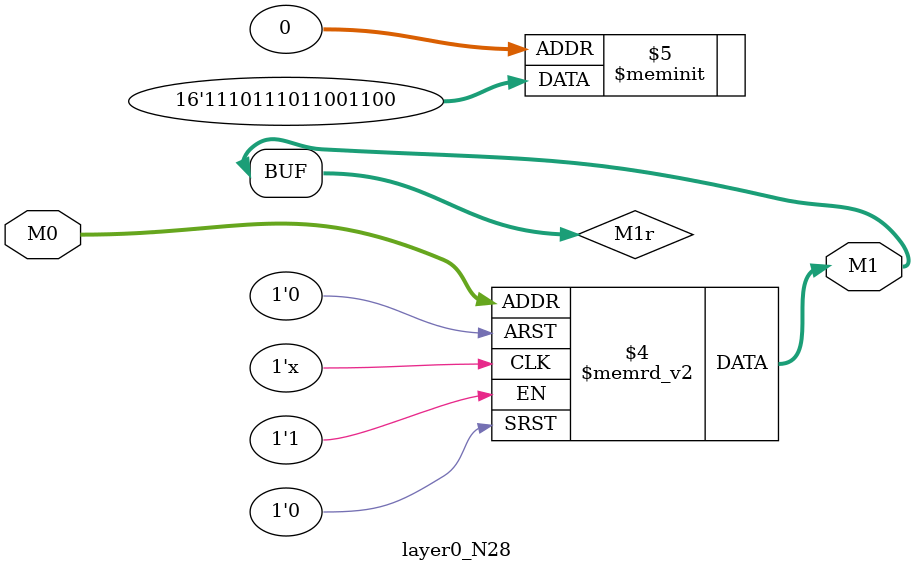
<source format=v>
module layer0_N28 ( input [2:0] M0, output [1:0] M1 );

	(*rom_style = "distributed" *) reg [1:0] M1r;
	assign M1 = M1r;
	always @ (M0) begin
		case (M0)
			3'b000: M1r = 2'b00;
			3'b100: M1r = 2'b10;
			3'b010: M1r = 2'b00;
			3'b110: M1r = 2'b10;
			3'b001: M1r = 2'b11;
			3'b101: M1r = 2'b11;
			3'b011: M1r = 2'b11;
			3'b111: M1r = 2'b11;

		endcase
	end
endmodule

</source>
